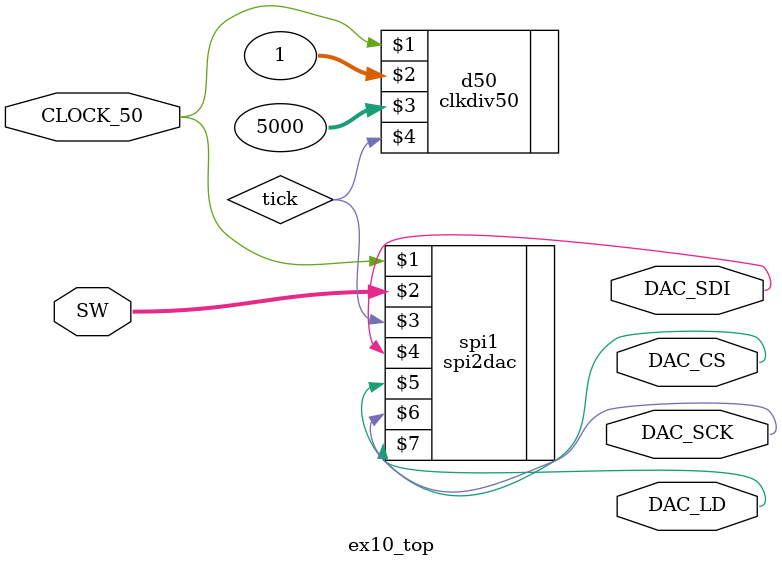
<source format=v>
module ex10_top (
	CLOCK_50,
	SW,
	DAC_CS,
	DAC_SDI,
	DAC_LD,
	DAC_SCK
);	
	input		[9:0] SW;
	input CLOCK_50;
	
	output 	DAC_CS;
	output	DAC_SDI;
	output	DAC_LD;
	output	DAC_SCK;
	
	wire tick;
	
	clkdiv50	d50 (CLOCK_50, 1, 5000, tick);
	
	spi2dac spi1 (CLOCK_50, SW[9:0], tick, DAC_SDI, DAC_CS, DAC_SCK, DAC_LD);
	
	
	endmodule

	
	
	
</source>
